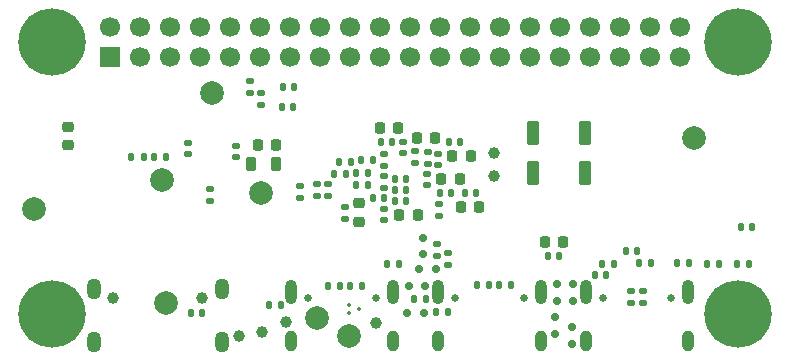
<source format=gbs>
%TF.GenerationSoftware,KiCad,Pcbnew,9.0.3*%
%TF.CreationDate,2025-07-23T11:06:21+02:00*%
%TF.ProjectId,icepi-zero,69636570-692d-47a6-9572-6f2e6b696361,v1.3*%
%TF.SameCoordinates,Original*%
%TF.FileFunction,Soldermask,Bot*%
%TF.FilePolarity,Negative*%
%FSLAX46Y46*%
G04 Gerber Fmt 4.6, Leading zero omitted, Abs format (unit mm)*
G04 Created by KiCad (PCBNEW 9.0.3) date 2025-07-23 11:06:21*
%MOMM*%
%LPD*%
G01*
G04 APERTURE LIST*
G04 Aperture macros list*
%AMRoundRect*
0 Rectangle with rounded corners*
0 $1 Rounding radius*
0 $2 $3 $4 $5 $6 $7 $8 $9 X,Y pos of 4 corners*
0 Add a 4 corners polygon primitive as box body*
4,1,4,$2,$3,$4,$5,$6,$7,$8,$9,$2,$3,0*
0 Add four circle primitives for the rounded corners*
1,1,$1+$1,$2,$3*
1,1,$1+$1,$4,$5*
1,1,$1+$1,$6,$7*
1,1,$1+$1,$8,$9*
0 Add four rect primitives between the rounded corners*
20,1,$1+$1,$2,$3,$4,$5,0*
20,1,$1+$1,$4,$5,$6,$7,0*
20,1,$1+$1,$6,$7,$8,$9,0*
20,1,$1+$1,$8,$9,$2,$3,0*%
G04 Aperture macros list end*
%ADD10C,5.700000*%
%ADD11R,1.700000X1.700000*%
%ADD12C,1.700000*%
%ADD13C,0.650000*%
%ADD14O,1.000000X2.100000*%
%ADD15O,1.000000X1.800000*%
%ADD16C,1.000000*%
%ADD17O,1.250000X1.800000*%
%ADD18RoundRect,0.140000X-0.170000X0.140000X-0.170000X-0.140000X0.170000X-0.140000X0.170000X0.140000X0*%
%ADD19RoundRect,0.140000X-0.140000X-0.170000X0.140000X-0.170000X0.140000X0.170000X-0.140000X0.170000X0*%
%ADD20RoundRect,0.135000X-0.185000X0.135000X-0.185000X-0.135000X0.185000X-0.135000X0.185000X0.135000X0*%
%ADD21RoundRect,0.150000X-0.200000X0.150000X-0.200000X-0.150000X0.200000X-0.150000X0.200000X0.150000X0*%
%ADD22RoundRect,0.135000X0.135000X0.185000X-0.135000X0.185000X-0.135000X-0.185000X0.135000X-0.185000X0*%
%ADD23RoundRect,0.150000X0.200000X-0.150000X0.200000X0.150000X-0.200000X0.150000X-0.200000X-0.150000X0*%
%ADD24RoundRect,0.135000X-0.135000X-0.185000X0.135000X-0.185000X0.135000X0.185000X-0.135000X0.185000X0*%
%ADD25RoundRect,0.157500X-0.367500X-0.842500X0.367500X-0.842500X0.367500X0.842500X-0.367500X0.842500X0*%
%ADD26C,2.000000*%
%ADD27RoundRect,0.140000X0.140000X0.170000X-0.140000X0.170000X-0.140000X-0.170000X0.140000X-0.170000X0*%
%ADD28RoundRect,0.140000X0.170000X-0.140000X0.170000X0.140000X-0.170000X0.140000X-0.170000X-0.140000X0*%
%ADD29RoundRect,0.225000X-0.225000X-0.250000X0.225000X-0.250000X0.225000X0.250000X-0.225000X0.250000X0*%
%ADD30RoundRect,0.225000X0.250000X-0.225000X0.250000X0.225000X-0.250000X0.225000X-0.250000X-0.225000X0*%
%ADD31RoundRect,0.135000X0.185000X-0.135000X0.185000X0.135000X-0.185000X0.135000X-0.185000X-0.135000X0*%
%ADD32RoundRect,0.150000X-0.150000X-0.200000X0.150000X-0.200000X0.150000X0.200000X-0.150000X0.200000X0*%
%ADD33RoundRect,0.150000X0.150000X0.200000X-0.150000X0.200000X-0.150000X-0.200000X0.150000X-0.200000X0*%
%ADD34RoundRect,0.218750X-0.218750X-0.381250X0.218750X-0.381250X0.218750X0.381250X-0.218750X0.381250X0*%
%ADD35RoundRect,0.225000X0.225000X0.250000X-0.225000X0.250000X-0.225000X-0.250000X0.225000X-0.250000X0*%
%ADD36RoundRect,0.075000X0.075000X-0.075000X0.075000X0.075000X-0.075000X0.075000X-0.075000X-0.075000X0*%
%ADD37RoundRect,0.225000X-0.250000X0.225000X-0.250000X-0.225000X0.250000X-0.225000X0.250000X0.225000X0*%
G04 APERTURE END LIST*
D10*
%TO.C,H3*%
X119500000Y-116500000D03*
%TD*%
D11*
%TO.C,J1*%
X124375000Y-94775000D03*
D12*
X124375000Y-92235000D03*
X126915000Y-94775000D03*
X126915000Y-92235000D03*
X129455000Y-94775000D03*
X129455000Y-92235000D03*
X131995000Y-94775000D03*
X131995000Y-92235000D03*
X134535000Y-94775000D03*
X134535000Y-92235000D03*
X137075000Y-94775000D03*
X137075000Y-92235000D03*
X139615000Y-94775000D03*
X139615000Y-92235000D03*
X142155000Y-94775000D03*
X142155000Y-92235000D03*
X144695000Y-94775000D03*
X144695000Y-92235000D03*
X147235000Y-94775000D03*
X147235000Y-92235000D03*
X149775000Y-94775000D03*
X149775000Y-92235000D03*
X152315000Y-94775000D03*
X152315000Y-92235000D03*
X154855000Y-94775000D03*
X154855000Y-92235000D03*
X157395000Y-94775000D03*
X157395000Y-92235000D03*
X159935000Y-94775000D03*
X159935000Y-92235000D03*
X162475000Y-94775000D03*
X162475000Y-92235000D03*
X165015000Y-94775000D03*
X165015000Y-92235000D03*
X167555000Y-94775000D03*
X167555000Y-92235000D03*
X170095000Y-94775000D03*
X170095000Y-92235000D03*
X172635000Y-94775000D03*
X172635000Y-92235000D03*
%TD*%
D13*
%TO.C,J4*%
X166110000Y-115145000D03*
X171890000Y-115145000D03*
D14*
X164680000Y-114645000D03*
D15*
X164680000Y-118825000D03*
D14*
X173320000Y-114645000D03*
D15*
X173320000Y-118825000D03*
%TD*%
D13*
%TO.C,J5*%
X153610000Y-115145000D03*
X159390000Y-115145000D03*
D14*
X152180000Y-114645000D03*
D15*
X152180000Y-118825000D03*
D14*
X160820000Y-114645000D03*
D15*
X160820000Y-118825000D03*
%TD*%
D10*
%TO.C,H1*%
X119500000Y-93500000D03*
%TD*%
D13*
%TO.C,J3*%
X141110000Y-115145000D03*
X146890000Y-115145000D03*
D14*
X139680000Y-114645000D03*
D15*
X139680000Y-118825000D03*
D14*
X148320000Y-114645000D03*
D15*
X148320000Y-118825000D03*
%TD*%
D10*
%TO.C,H4*%
X177500000Y-116500000D03*
%TD*%
D16*
%TO.C,J2*%
X124650000Y-115150000D03*
X132150000Y-115150000D03*
D17*
X122975000Y-114350000D03*
X123000000Y-118850000D03*
X133825000Y-114350000D03*
X133825000Y-118850000D03*
%TD*%
D10*
%TO.C,H2*%
X177500000Y-93500000D03*
%TD*%
D18*
%TO.C,C22*%
X147575000Y-102980000D03*
X147575000Y-103940000D03*
%TD*%
D19*
%TO.C,C43*%
X161445000Y-111625000D03*
X162405000Y-111625000D03*
%TD*%
D20*
%TO.C,R20*%
X142850000Y-105530000D03*
X142850000Y-106550000D03*
%TD*%
D19*
%TO.C,C15*%
X148480000Y-106020000D03*
X149440000Y-106020000D03*
%TD*%
D21*
%TO.C,D13*%
X150875000Y-111425000D03*
X150875000Y-110025000D03*
%TD*%
D22*
%TO.C,R6*%
X129110000Y-103200000D03*
X128090000Y-103200000D03*
%TD*%
D23*
%TO.C,D12*%
X163500000Y-117600000D03*
X163500000Y-119000000D03*
%TD*%
D18*
%TO.C,C52*%
X150200000Y-102730000D03*
X150200000Y-103690000D03*
%TD*%
D24*
%TO.C,R4*%
X169170000Y-112210000D03*
X170190000Y-112210000D03*
%TD*%
D25*
%TO.C,SW2*%
X160175000Y-104550000D03*
X164625000Y-104550000D03*
%TD*%
D26*
%TO.C,TP2*%
X129100000Y-115540000D03*
%TD*%
%TO.C,TP4*%
X132980000Y-97820000D03*
%TD*%
D27*
%TO.C,C38*%
X132150000Y-116420000D03*
X131190000Y-116420000D03*
%TD*%
D18*
%TO.C,C12*%
X151260000Y-102800000D03*
X151260000Y-103760000D03*
%TD*%
D28*
%TO.C,C19*%
X135000000Y-103230000D03*
X135000000Y-102270000D03*
%TD*%
D26*
%TO.C,TP1*%
X173820000Y-101610000D03*
%TD*%
D28*
%TO.C,C7*%
X131000000Y-102980000D03*
X131000000Y-102020000D03*
%TD*%
D29*
%TO.C,C2*%
X150345000Y-101560000D03*
X151895000Y-101560000D03*
%TD*%
D30*
%TO.C,C47*%
X120790000Y-102195000D03*
X120790000Y-100645000D03*
%TD*%
D25*
%TO.C,SW1*%
X160175000Y-101150000D03*
X164625000Y-101150000D03*
%TD*%
D16*
%TO.C,TP14*%
X156900000Y-102850000D03*
%TD*%
D24*
%TO.C,R34*%
X150090000Y-115270000D03*
X151110000Y-115270000D03*
%TD*%
D20*
%TO.C,R29*%
X168520000Y-114510000D03*
X168520000Y-115530000D03*
%TD*%
D22*
%TO.C,R48*%
X146190000Y-105560000D03*
X145170000Y-105560000D03*
%TD*%
D19*
%TO.C,C41*%
X165420000Y-113200000D03*
X166380000Y-113200000D03*
%TD*%
D31*
%TO.C,R42*%
X153000000Y-112335000D03*
X153000000Y-111315000D03*
%TD*%
D19*
%TO.C,C51*%
X153080000Y-101910000D03*
X154040000Y-101910000D03*
%TD*%
D32*
%TO.C,D9*%
X150920000Y-116450000D03*
X149520000Y-116450000D03*
%TD*%
D20*
%TO.C,R41*%
X152050000Y-110540000D03*
X152050000Y-111560000D03*
%TD*%
D21*
%TO.C,D11*%
X162025000Y-118175000D03*
X162025000Y-116775000D03*
%TD*%
D29*
%TO.C,C42*%
X161175000Y-110425000D03*
X162725000Y-110425000D03*
%TD*%
D26*
%TO.C,TP8*%
X144570000Y-118400000D03*
%TD*%
D33*
%TO.C,D14*%
X150550000Y-112700000D03*
X151950000Y-112700000D03*
%TD*%
D31*
%TO.C,R46*%
X140460000Y-106700000D03*
X140460000Y-105680000D03*
%TD*%
D34*
%TO.C,FB1*%
X136317500Y-103800000D03*
X138442500Y-103800000D03*
%TD*%
D16*
%TO.C,TP10*%
X135300000Y-118350000D03*
%TD*%
D26*
%TO.C,TP5*%
X137140000Y-106250000D03*
%TD*%
D24*
%TO.C,R43*%
X145200000Y-104600000D03*
X146220000Y-104600000D03*
%TD*%
D19*
%TO.C,C46*%
X147320000Y-101910000D03*
X148280000Y-101910000D03*
%TD*%
D16*
%TO.C,TP11*%
X146900000Y-117225000D03*
%TD*%
D29*
%TO.C,C45*%
X147230000Y-100720000D03*
X148780000Y-100720000D03*
%TD*%
D27*
%TO.C,C40*%
X169030000Y-111160000D03*
X168070000Y-111160000D03*
%TD*%
D35*
%TO.C,C20*%
X138435000Y-102220000D03*
X136885000Y-102220000D03*
%TD*%
D26*
%TO.C,TP7*%
X141875000Y-116825000D03*
%TD*%
D22*
%TO.C,R23*%
X138835000Y-115725000D03*
X137815000Y-115725000D03*
%TD*%
D28*
%TO.C,C3*%
X149180000Y-102890000D03*
X149180000Y-101930000D03*
%TD*%
D24*
%TO.C,R22*%
X147840000Y-112250000D03*
X148860000Y-112250000D03*
%TD*%
D19*
%TO.C,C16*%
X148480000Y-105100000D03*
X149440000Y-105100000D03*
%TD*%
D31*
%TO.C,R21*%
X144290000Y-108480000D03*
X144290000Y-107460000D03*
%TD*%
D36*
%TO.C,U7*%
X144597500Y-116437500D03*
X144597500Y-115737500D03*
X145447500Y-116087500D03*
%TD*%
D24*
%TO.C,R25*%
X144680000Y-114090000D03*
X145700000Y-114090000D03*
%TD*%
D22*
%TO.C,R44*%
X144750000Y-103650000D03*
X143730000Y-103650000D03*
%TD*%
D20*
%TO.C,R9*%
X132800000Y-105930000D03*
X132800000Y-106950000D03*
%TD*%
D31*
%TO.C,R49*%
X147580000Y-105810000D03*
X147580000Y-104790000D03*
%TD*%
D33*
%TO.C,D10*%
X149680000Y-114100000D03*
X151080000Y-114100000D03*
%TD*%
D20*
%TO.C,R50*%
X141910000Y-105530000D03*
X141910000Y-106550000D03*
%TD*%
D22*
%TO.C,R32*%
X152950000Y-116360000D03*
X151930000Y-116360000D03*
%TD*%
D29*
%TO.C,C49*%
X154075000Y-107475000D03*
X155625000Y-107475000D03*
%TD*%
%TO.C,C8*%
X148875000Y-108125000D03*
X150425000Y-108125000D03*
%TD*%
%TO.C,C9*%
X152415000Y-105075000D03*
X153965000Y-105075000D03*
%TD*%
D22*
%TO.C,R7*%
X127210000Y-103200000D03*
X126190000Y-103200000D03*
%TD*%
D26*
%TO.C,TP6*%
X128790000Y-105180000D03*
%TD*%
D32*
%TO.C,D7*%
X163600000Y-115400000D03*
X162200000Y-115400000D03*
%TD*%
D18*
%TO.C,C11*%
X152175000Y-102960000D03*
X152175000Y-103920000D03*
%TD*%
D29*
%TO.C,C10*%
X153350000Y-103100000D03*
X154900000Y-103100000D03*
%TD*%
D18*
%TO.C,C48*%
X152250000Y-107220000D03*
X152250000Y-108180000D03*
%TD*%
D22*
%TO.C,R45*%
X144360000Y-104610000D03*
X143340000Y-104610000D03*
%TD*%
D26*
%TO.C,TP3*%
X117920000Y-107580000D03*
%TD*%
D20*
%TO.C,R11*%
X137190000Y-97770000D03*
X137190000Y-98790000D03*
%TD*%
D24*
%TO.C,R5*%
X177490000Y-112250000D03*
X178510000Y-112250000D03*
%TD*%
%TO.C,R3*%
X174890000Y-112240000D03*
X175910000Y-112240000D03*
%TD*%
D31*
%TO.C,R31*%
X169460000Y-115530000D03*
X169460000Y-114510000D03*
%TD*%
D24*
%TO.C,R37*%
X157290000Y-114040000D03*
X158310000Y-114040000D03*
%TD*%
%TO.C,R2*%
X172350000Y-112180000D03*
X173370000Y-112180000D03*
%TD*%
D33*
%TO.C,D6*%
X162200000Y-114000000D03*
X163600000Y-114000000D03*
%TD*%
D19*
%TO.C,C50*%
X154440000Y-106275000D03*
X155400000Y-106275000D03*
%TD*%
%TO.C,C21*%
X152270000Y-106275000D03*
X153230000Y-106275000D03*
%TD*%
D16*
%TO.C,TP9*%
X137275000Y-118050000D03*
%TD*%
D27*
%TO.C,C27*%
X147610000Y-106690000D03*
X146650000Y-106690000D03*
%TD*%
D24*
%TO.C,R1*%
X166050000Y-112270000D03*
X167070000Y-112270000D03*
%TD*%
D19*
%TO.C,C25*%
X139020000Y-97250000D03*
X139980000Y-97250000D03*
%TD*%
D16*
%TO.C,TP12*%
X139250000Y-117200000D03*
%TD*%
D20*
%TO.C,R10*%
X136250000Y-96740000D03*
X136250000Y-97760000D03*
%TD*%
D27*
%TO.C,C39*%
X178730000Y-109100000D03*
X177770000Y-109100000D03*
%TD*%
D18*
%TO.C,C28*%
X147580000Y-107580000D03*
X147580000Y-108540000D03*
%TD*%
D16*
%TO.C,TP13*%
X156900000Y-104850000D03*
%TD*%
D24*
%TO.C,R36*%
X155433250Y-114040000D03*
X156453250Y-114040000D03*
%TD*%
D19*
%TO.C,C1*%
X138940000Y-98990000D03*
X139900000Y-98990000D03*
%TD*%
D24*
%TO.C,R47*%
X145590000Y-103500000D03*
X146610000Y-103500000D03*
%TD*%
D28*
%TO.C,C13*%
X151250000Y-105590000D03*
X151250000Y-104630000D03*
%TD*%
D24*
%TO.C,R24*%
X142820000Y-114090000D03*
X143840000Y-114090000D03*
%TD*%
D37*
%TO.C,C26*%
X145490000Y-107135000D03*
X145490000Y-108685000D03*
%TD*%
D19*
%TO.C,C14*%
X148470000Y-106940000D03*
X149430000Y-106940000D03*
%TD*%
M02*

</source>
